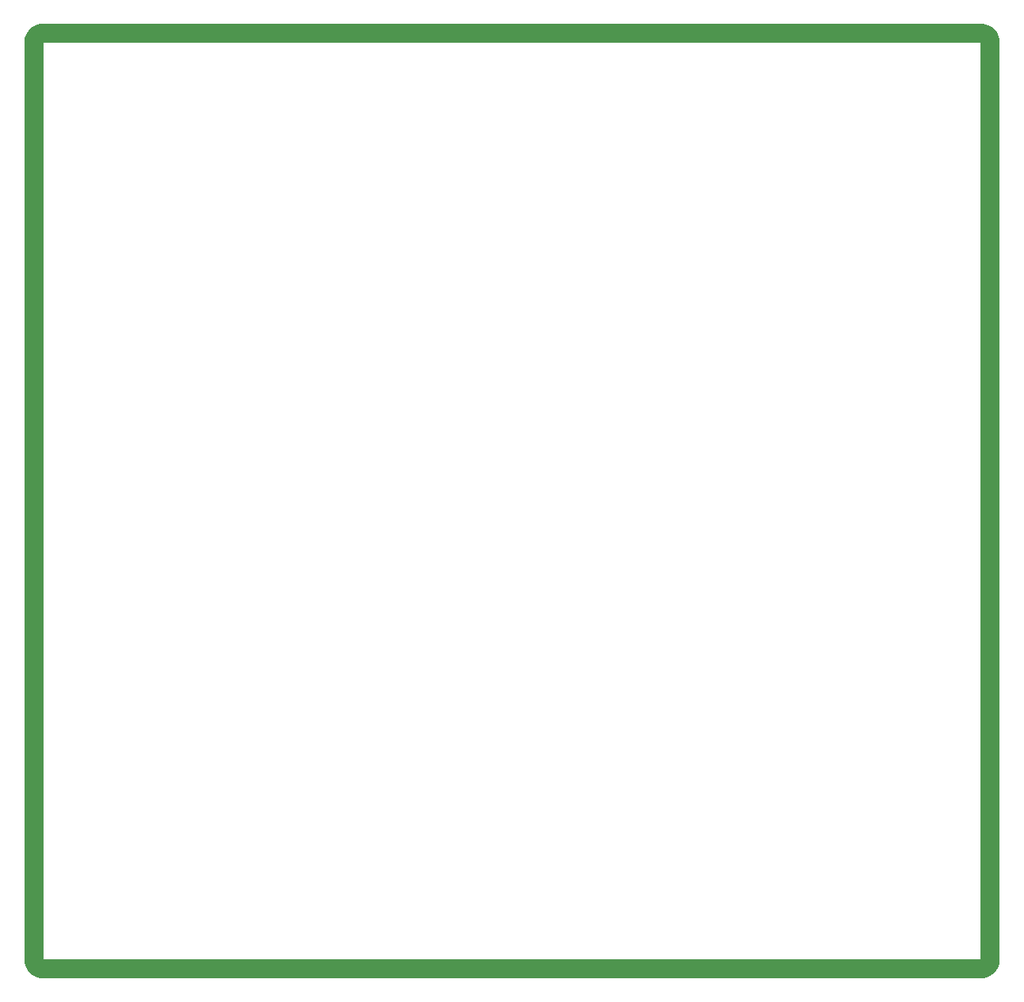
<source format=gm1>
%FSDAX23Y23*%
%MOIN*%
%SFA1B1*%

%IPPOS*%
%ADD61C,0.078740*%
%LNupcnsl-abs-comms-rfpatest-v1.0-1*%
%LPD*%
G54D61*
X03987Y03862D02*
D01*
X03987Y03864*
X03986Y03867*
X03986Y03870*
X03985Y03873*
X03984Y03875*
X03983Y03878*
X03982Y03880*
X03981Y03883*
X03979Y03885*
X03977Y03887*
X03976Y03889*
X03974Y03891*
X03972Y03893*
X03969Y03894*
X03967Y03896*
X03965Y03897*
X03962Y03898*
X03960Y03899*
X03957Y03900*
X03954Y03900*
X03951Y03901*
X03949Y03901*
X03947Y03901*
X03987Y03862D02*
D01*
X03987Y03864*
X03986Y03867*
X03986Y03870*
X03985Y03873*
X03984Y03875*
X03983Y03878*
X03982Y03880*
X03981Y03883*
X03979Y03885*
X03977Y03887*
X03976Y03889*
X03974Y03891*
X03972Y03893*
X03969Y03894*
X03967Y03896*
X03965Y03897*
X03962Y03898*
X03960Y03899*
X03957Y03900*
X03954Y03900*
X03951Y03901*
X03949Y03901*
X03947Y03901*
Y-00039D02*
D01*
X03950Y-00039*
X03953Y-00038*
X03956Y-00038*
X03958Y-00037*
X03961Y-00036*
X03963Y-00035*
X03966Y-00034*
X03968Y-00033*
X03970Y-00031*
X03973Y-00030*
X03975Y-00028*
X03977Y-00026*
X03978Y-00024*
X03980Y-00022*
X03981Y-00019*
X03983Y-00017*
X03984Y-00014*
X03985Y-00012*
X03986Y-00009*
X03986Y-00006*
X03986Y-00004*
X03987Y-00001*
X03987Y00000*
X03947Y-00039D02*
D01*
X03950Y-00039*
X03953Y-00038*
X03956Y-00038*
X03958Y-00037*
X03961Y-00036*
X03963Y-00035*
X03966Y-00034*
X03968Y-00033*
X03970Y-00031*
X03973Y-00030*
X03975Y-00028*
X03977Y-00026*
X03978Y-00024*
X03980Y-00022*
X03981Y-00019*
X03983Y-00017*
X03984Y-00014*
X03985Y-00012*
X03986Y-00009*
X03986Y-00006*
X03986Y-00004*
X03987Y-00001*
X03987Y00000*
X00000Y03901D02*
D01*
X-00002Y03901*
X-00005Y03901*
X-00008Y03900*
X-00010Y03900*
X-00013Y03899*
X-00016Y03898*
X-00018Y03896*
X-00020Y03895*
X-00023Y03894*
X-00025Y03892*
X-00027Y03890*
X-00029Y03888*
X-00031Y03886*
X-00032Y03884*
X-00034Y03881*
X-00035Y03879*
X-00036Y03876*
X-00037Y03874*
X-00038Y03871*
X-00038Y03869*
X-00039Y03866*
X-00039Y03863*
X-00039Y03862*
X00000Y03901D02*
D01*
X-00002Y03901*
X-00005Y03901*
X-00008Y03900*
X-00010Y03900*
X-00013Y03899*
X-00016Y03898*
X-00018Y03896*
X-00020Y03895*
X-00023Y03894*
X-00025Y03892*
X-00027Y03890*
X-00029Y03888*
X-00031Y03886*
X-00032Y03884*
X-00034Y03881*
X-00035Y03879*
X-00036Y03876*
X-00037Y03874*
X-00038Y03871*
X-00038Y03869*
X-00039Y03866*
X-00039Y03863*
X-00039Y03862*
Y00000D02*
D01*
X-00039Y-00002*
X-00038Y-00005*
X-00038Y-00008*
X-00037Y-00010*
X-00036Y-00013*
X-00035Y-00016*
X-00034Y-00018*
X-00033Y-00020*
X-00031Y-00023*
X-00030Y-00025*
X-00028Y-00027*
X-00026Y-00029*
X-00024Y-00031*
X-00022Y-00032*
X-00019Y-00034*
X-00017Y-00035*
X-00014Y-00036*
X-00012Y-00037*
X-00009Y-00038*
X-00006Y-00038*
X-00004Y-00039*
X-00001Y-00039*
X00000Y-00039*
X-00039Y00000D02*
D01*
X-00039Y-00002*
X-00038Y-00005*
X-00038Y-00008*
X-00037Y-00010*
X-00036Y-00013*
X-00035Y-00016*
X-00034Y-00018*
X-00033Y-00020*
X-00031Y-00023*
X-00030Y-00025*
X-00028Y-00027*
X-00026Y-00029*
X-00024Y-00031*
X-00022Y-00032*
X-00019Y-00034*
X-00017Y-00035*
X-00014Y-00036*
X-00012Y-00037*
X-00009Y-00038*
X-00006Y-00038*
X-00004Y-00039*
X-00001Y-00039*
X00000Y-00039*
X03987Y03862D02*
Y00000D01*
X00000Y03901D02*
X03947D01*
X00000Y-00039D02*
X03947D01*
X-00039Y03862D02*
Y00000D01*
M02*
</source>
